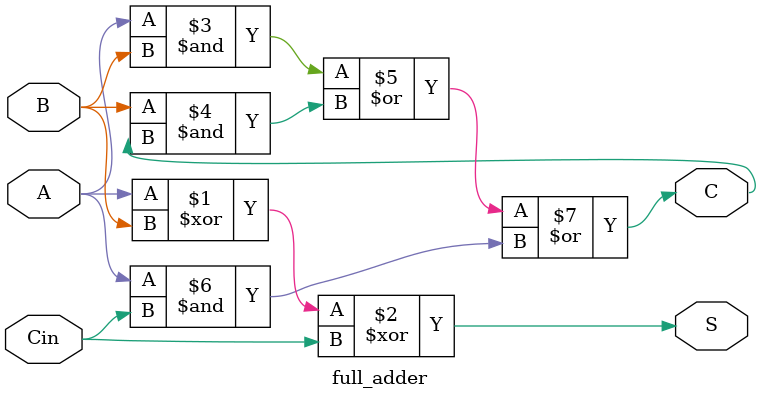
<source format=v>
`timescale 1ns / 1ps
module full_adder(
    input A,
    input B,
    output C,
    output S,
    input Cin
    );
assign S=A^B^Cin;
assign C=A&B | B&C | A&Cin;

endmodule

</source>
